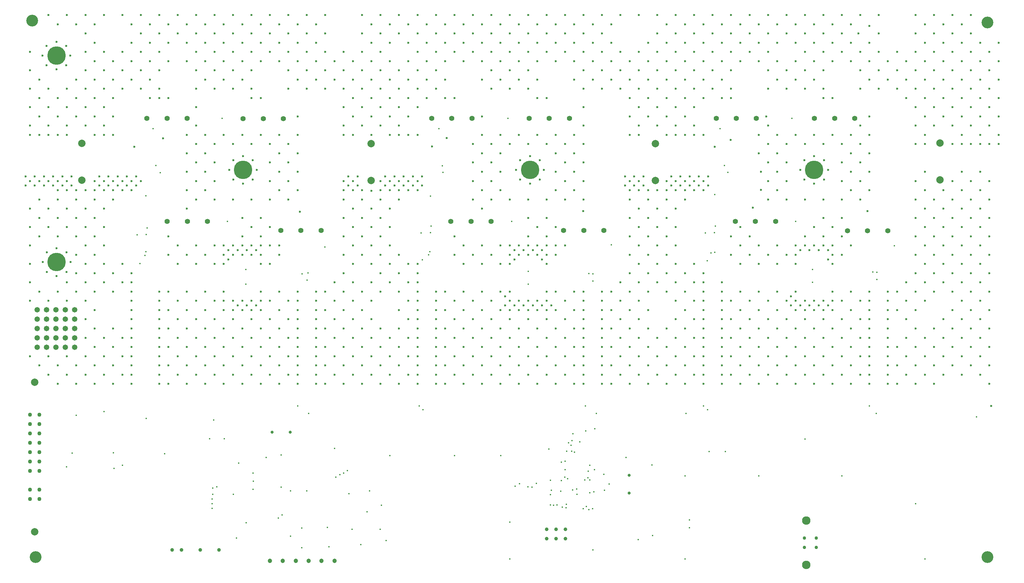
<source format=gbr>
%TF.GenerationSoftware,KiCad,Pcbnew,(5.0.0)*%
%TF.CreationDate,2019-04-29T14:59:51+02:00*%
%TF.ProjectId,Amalga_100,416D616C67615F3130302E6B69636164,rev?*%
%TF.SameCoordinates,Original*%
%TF.FileFunction,Plated,1,6,PTH,Drill*%
%TF.FilePolarity,Positive*%
%FSLAX46Y46*%
G04 Gerber Fmt 4.6, Leading zero omitted, Abs format (unit mm)*
G04 Created by KiCad (PCBNEW (5.0.0)) date 04/29/19 14:59:51*
%MOMM*%
%LPD*%
G01*
G04 APERTURE LIST*
%TA.AperFunction,ViaDrill*%
%ADD10C,0.400000*%
%TD*%
%TA.AperFunction,ViaDrill*%
%ADD11C,0.600000*%
%TD*%
%TA.AperFunction,ComponentDrill*%
%ADD12C,0.600000*%
%TD*%
%TA.AperFunction,ComponentDrill*%
%ADD13C,0.800000*%
%TD*%
%TA.AperFunction,ComponentDrill*%
%ADD14C,0.920000*%
%TD*%
%TA.AperFunction,ComponentDrill*%
%ADD15C,1.000000*%
%TD*%
%TA.AperFunction,ComponentDrill*%
%ADD16C,1.100000*%
%TD*%
%TA.AperFunction,ComponentDrill*%
%ADD17C,1.200000*%
%TD*%
%TA.AperFunction,ComponentDrill*%
%ADD18C,1.420000*%
%TD*%
%TA.AperFunction,ComponentDrill*%
%ADD19C,1.475000*%
%TD*%
%TA.AperFunction,ComponentDrill*%
%ADD20C,2.000000*%
%TD*%
%TA.AperFunction,ComponentDrill*%
%ADD21C,2.300000*%
%TD*%
%TA.AperFunction,ComponentDrill*%
%ADD22C,3.200000*%
%TD*%
%TA.AperFunction,ComponentDrill*%
%ADD23C,5.000000*%
%TD*%
G04 APERTURE END LIST*
D10*
X28240000Y-138020000D03*
X29800000Y-134300000D03*
X30900000Y-124000000D03*
X38400000Y-123000000D03*
X40940000Y-134170000D03*
X41130000Y-138460000D03*
X43460000Y-137580000D03*
X47400000Y-75100000D03*
X48200000Y-82850000D03*
X49509999Y-80710001D03*
X49774990Y-64500000D03*
X49791187Y-79644757D03*
X49860000Y-124870000D03*
X49900000Y-75000000D03*
X50100000Y-73200000D03*
X51700000Y-46300000D03*
X52500000Y-56300000D03*
X53650000Y-58250000D03*
X54830000Y-134420000D03*
X67012492Y-130376076D03*
X67725010Y-146695000D03*
X67725010Y-147965000D03*
X67725010Y-149235000D03*
X67887500Y-145425000D03*
X67900002Y-143780000D03*
X68120000Y-125270000D03*
X69040000Y-143420000D03*
X70400000Y-43500000D03*
X71012492Y-130376076D03*
X71900000Y-71500000D03*
X73500000Y-145499982D03*
X74300000Y-157300000D03*
X74949992Y-137030008D03*
X76900000Y-84500000D03*
X76900000Y-88500000D03*
X77000000Y-153200000D03*
X78800000Y-139700000D03*
X78800000Y-144100000D03*
X78900000Y-141900000D03*
X82380000Y-135490000D03*
X85700000Y-151900000D03*
X86400000Y-134750000D03*
X86400000Y-143500000D03*
X86699996Y-151030004D03*
X88962500Y-156837500D03*
X89000000Y-144500000D03*
X90900000Y-121500000D03*
X92000000Y-154600000D03*
X92000000Y-159900000D03*
X92100000Y-85700000D03*
X93400000Y-144500000D03*
X93500000Y-87415134D03*
X93680000Y-85465134D03*
X93900000Y-123500000D03*
X98300000Y-78400000D03*
X98960000Y-154470000D03*
X99400000Y-159700000D03*
X100900000Y-133000000D03*
X101280000Y-140805010D03*
X102390000Y-140150000D03*
X103400000Y-139690000D03*
X104400000Y-139000000D03*
X104800000Y-145300000D03*
X105700000Y-154900000D03*
X108000000Y-159100000D03*
X109700000Y-150200000D03*
X110400000Y-144500000D03*
X113300000Y-154900000D03*
X113600000Y-148400000D03*
X114900000Y-158000000D03*
X115900000Y-135000000D03*
X123900000Y-121500000D03*
X124400000Y-74600000D03*
X124700000Y-81900000D03*
X124900000Y-122500000D03*
X126400000Y-80500000D03*
X126700000Y-79700000D03*
X126900000Y-64600000D03*
X126900000Y-74500000D03*
X127100000Y-72700000D03*
X129200000Y-46300000D03*
X130100000Y-56400000D03*
X130300000Y-58150000D03*
X133400000Y-135000000D03*
X146000000Y-135000000D03*
X147900000Y-43500000D03*
X148400000Y-153000000D03*
X148400000Y-163000000D03*
X148900000Y-71500000D03*
X149840000Y-143250000D03*
X151010000Y-142540000D03*
X153300014Y-143400000D03*
X153400000Y-85000000D03*
X153400000Y-88500000D03*
X154400000Y-143500000D03*
X155600000Y-142500000D03*
X159000000Y-133200000D03*
X159381212Y-148360918D03*
X159411944Y-145528046D03*
X159460000Y-141670000D03*
X159640000Y-144390000D03*
X160300000Y-148400000D03*
X161200000Y-148300000D03*
X162239845Y-144639845D03*
X162400000Y-136700000D03*
X162400000Y-141700000D03*
X162660002Y-148940000D03*
X163357090Y-140805454D03*
X163391303Y-136499978D03*
X163400000Y-138800000D03*
X163650000Y-149090000D03*
X163710000Y-148210000D03*
X163810000Y-133800000D03*
X164100000Y-141200000D03*
X164300000Y-131500000D03*
X164970000Y-132130000D03*
X165199440Y-133748785D03*
X165224332Y-130879988D03*
X165475368Y-144306158D03*
X165490000Y-129060000D03*
X165949919Y-134025916D03*
X166504770Y-144025010D03*
X166600000Y-145500000D03*
X167370000Y-131220000D03*
X168343763Y-149356237D03*
X168700000Y-141600000D03*
X168900000Y-121500000D03*
X169020000Y-128270000D03*
X169175010Y-148793826D03*
X169548746Y-140937698D03*
X169700000Y-139159553D03*
X169800000Y-85600000D03*
X169819998Y-149590000D03*
X170082317Y-141533785D03*
X170100000Y-145000000D03*
X170101533Y-137568374D03*
X170880000Y-149330000D03*
X170900000Y-85661857D03*
X170900000Y-87610000D03*
X170900000Y-160500000D03*
X171150000Y-144750000D03*
X171323411Y-138791808D03*
X171474968Y-127654990D03*
X171900000Y-123500000D03*
X173900000Y-140000000D03*
X174100000Y-144400000D03*
X175300000Y-142650000D03*
X175900000Y-77800000D03*
X179900000Y-135500000D03*
X183200000Y-157700000D03*
X186900000Y-137500000D03*
X187100000Y-156625010D03*
X195900000Y-140500000D03*
X195900000Y-163000000D03*
X196200000Y-123500000D03*
X197099989Y-152399989D03*
X197100000Y-154500000D03*
X200900000Y-121500000D03*
X201400000Y-74600000D03*
X201900000Y-82100000D03*
X201999994Y-122500000D03*
X202400000Y-133900000D03*
X202900000Y-80000000D03*
X203900000Y-74500000D03*
X204000000Y-64200000D03*
X204000004Y-79800000D03*
X204100000Y-72700000D03*
X205400000Y-46300000D03*
X206600000Y-56300000D03*
X206800000Y-133900000D03*
X207500000Y-58200000D03*
X215900000Y-140500000D03*
X224900000Y-43500000D03*
X225900000Y-71500000D03*
X228400000Y-130500000D03*
X230500000Y-84511855D03*
X230500000Y-88000000D03*
X238400000Y-140500000D03*
X245900000Y-121500000D03*
X246800000Y-85200000D03*
X247750009Y-123500000D03*
X247900000Y-85261857D03*
X247900000Y-87210000D03*
X252600000Y-78100000D03*
X258400000Y-148000000D03*
X260900000Y-163000000D03*
X274900000Y-124500000D03*
D11*
X17150000Y-59250000D03*
X17150000Y-61750000D03*
X18400000Y-25500000D03*
X18400000Y-30500000D03*
X18400000Y-35500000D03*
X18400000Y-40500000D03*
X18400000Y-45500000D03*
X18400000Y-48000000D03*
X18400000Y-60500000D03*
X18400000Y-68000000D03*
X18400000Y-73000000D03*
X18400000Y-78000000D03*
X18400000Y-83000000D03*
X18400000Y-88000000D03*
X18400000Y-93000000D03*
X18400000Y-108000000D03*
X19650000Y-59250000D03*
X19650000Y-61750000D03*
X20900000Y-33000000D03*
X20900000Y-38000000D03*
X20900000Y-43000000D03*
X20900000Y-48000000D03*
X20900000Y-60500000D03*
X20900000Y-65500000D03*
X20900000Y-70500000D03*
X20900000Y-75500000D03*
X20900000Y-90500000D03*
X20900000Y-90500000D03*
X20900000Y-110500000D03*
X22150000Y-59250000D03*
X22150000Y-61750000D03*
X23400000Y-15500000D03*
X23400000Y-35500000D03*
X23400000Y-40500000D03*
X23400000Y-45500000D03*
X23400000Y-48000000D03*
X23400000Y-60500000D03*
X23400000Y-68000000D03*
X23400000Y-73000000D03*
X23400000Y-93000000D03*
X23400000Y-93000000D03*
X23400000Y-108000000D03*
X23400000Y-113000000D03*
X24650000Y-59250000D03*
X24650000Y-61750000D03*
X25900000Y-18000000D03*
X25900000Y-38000000D03*
X25900000Y-43000000D03*
X25900000Y-48000000D03*
X25900000Y-60500000D03*
X25900000Y-63000000D03*
X25900000Y-65500000D03*
X25900000Y-70500000D03*
X25900000Y-75500000D03*
X25900000Y-90500000D03*
X25900000Y-90500000D03*
X25900000Y-110500000D03*
X25900000Y-115500000D03*
X27150000Y-59250000D03*
X27150000Y-61750000D03*
X28400000Y-15500000D03*
X28400000Y-35500000D03*
X28400000Y-40500000D03*
X28400000Y-45500000D03*
X28400000Y-48000000D03*
X28400000Y-60500000D03*
X28400000Y-63000000D03*
X28400000Y-68000000D03*
X28400000Y-73000000D03*
X28400000Y-88000000D03*
X28400000Y-88000000D03*
X28400000Y-93000000D03*
X28400000Y-93000000D03*
X28400000Y-108000000D03*
X28400000Y-113000000D03*
X29650000Y-59250000D03*
X29650000Y-61750000D03*
X30900000Y-18000000D03*
X30900000Y-33000000D03*
X30900000Y-38000000D03*
X30900000Y-43000000D03*
X30900000Y-63000000D03*
X30900000Y-65500000D03*
X30900000Y-70500000D03*
X30900000Y-75500000D03*
X30900000Y-80500000D03*
X30900000Y-80500000D03*
X30900000Y-85500000D03*
X30900000Y-85500000D03*
X30900000Y-90500000D03*
X30900000Y-90500000D03*
X30900000Y-110500000D03*
X30900000Y-115500000D03*
X33400000Y-15500000D03*
X33400000Y-20500000D03*
X33400000Y-25500000D03*
X33400000Y-30500000D03*
X33400000Y-35500000D03*
X33400000Y-40500000D03*
X33400000Y-45500000D03*
X33400000Y-63000000D03*
X33400000Y-68000000D03*
X33400000Y-73000000D03*
X33400000Y-78000000D03*
X33400000Y-83000000D03*
X33400000Y-88000000D03*
X33400000Y-93000000D03*
X33400000Y-93000000D03*
X33400000Y-98000000D03*
X33400000Y-103000000D03*
X33400000Y-108000000D03*
X33400000Y-113000000D03*
X35900000Y-18000000D03*
X35900000Y-23000000D03*
X35900000Y-28000000D03*
X35900000Y-33000000D03*
X35900000Y-38000000D03*
X35900000Y-43000000D03*
X35900000Y-48000000D03*
X35900000Y-60500000D03*
X35900000Y-63000000D03*
X35900000Y-65500000D03*
X35900000Y-70500000D03*
X35900000Y-75500000D03*
X35900000Y-80500000D03*
X35900000Y-85500000D03*
X35900000Y-90500000D03*
X35900000Y-95500000D03*
X35900000Y-100500000D03*
X35900000Y-105500000D03*
X35900000Y-110500000D03*
X35900000Y-115500000D03*
X37150000Y-59250000D03*
X37150000Y-61750000D03*
X38400000Y-15500000D03*
X38400000Y-25500000D03*
X38400000Y-30500000D03*
X38400000Y-35500000D03*
X38400000Y-40500000D03*
X38400000Y-45500000D03*
X38400000Y-48000000D03*
X38400000Y-60500000D03*
X38400000Y-63000000D03*
X38400000Y-68000000D03*
X38400000Y-73000000D03*
X38400000Y-78000000D03*
X38400000Y-83000000D03*
X38400000Y-88000000D03*
X38400000Y-103000000D03*
X38400000Y-108000000D03*
X38400000Y-113000000D03*
X39650000Y-59250000D03*
X39650000Y-61750000D03*
X40900000Y-28000000D03*
X40900000Y-33000000D03*
X40900000Y-38000000D03*
X40900000Y-43000000D03*
X40900000Y-48000000D03*
X40900000Y-60500000D03*
X40900000Y-63000000D03*
X40900000Y-65500000D03*
X40900000Y-85500000D03*
X40900000Y-90500000D03*
X40900000Y-100500000D03*
X40900000Y-105500000D03*
X40900000Y-110500000D03*
X40900000Y-115500000D03*
X42150000Y-59250000D03*
X42150000Y-61750000D03*
X43400000Y-15500000D03*
X43400000Y-25500000D03*
X43400000Y-30500000D03*
X43400000Y-35500000D03*
X43400000Y-60500000D03*
X43400000Y-63000000D03*
X43400000Y-83000000D03*
X43400000Y-88000000D03*
X43400000Y-103000000D03*
X43400000Y-108000000D03*
X43400000Y-113000000D03*
X44650000Y-59250000D03*
X44650000Y-59250000D03*
X44650000Y-61750000D03*
X45900000Y-18000000D03*
X45900000Y-23000000D03*
X45900000Y-28000000D03*
X45900000Y-33000000D03*
X45900000Y-60500000D03*
X45900000Y-63000000D03*
X45900000Y-85500000D03*
X45900000Y-88000000D03*
X45900000Y-90500000D03*
X45900000Y-93000000D03*
X45900000Y-93000000D03*
X45900000Y-95500000D03*
X45900000Y-95500000D03*
X45900000Y-98000000D03*
X45900000Y-100500000D03*
X45900000Y-103000000D03*
X45900000Y-105500000D03*
X45900000Y-108000000D03*
X45900000Y-110500000D03*
X45900000Y-113000000D03*
X45900000Y-115500000D03*
X46650000Y-51250000D03*
X47150000Y-59250000D03*
X47150000Y-59250000D03*
X47150000Y-61750000D03*
X48400000Y-15500000D03*
X48400000Y-20500000D03*
X48400000Y-25500000D03*
X48400000Y-30500000D03*
X48400000Y-35500000D03*
X48400000Y-60500000D03*
X50900000Y-18000000D03*
X50900000Y-23000000D03*
X50900000Y-28000000D03*
X50900000Y-33000000D03*
X50900000Y-38000000D03*
X53400000Y-15500000D03*
X53400000Y-20500000D03*
X53400000Y-25500000D03*
X53400000Y-30500000D03*
X53400000Y-35500000D03*
X53400000Y-38000000D03*
X53400000Y-90500000D03*
X53400000Y-93000000D03*
X53400000Y-95500000D03*
X53400000Y-98000000D03*
X53400000Y-98000000D03*
X53400000Y-100500000D03*
X53400000Y-100500000D03*
X53400000Y-103000000D03*
X53400000Y-105500000D03*
X53400000Y-108000000D03*
X53400000Y-110500000D03*
X53400000Y-113000000D03*
X53400000Y-115500000D03*
X54400000Y-48900000D03*
X55900000Y-18000000D03*
X55900000Y-23000000D03*
X55900000Y-28000000D03*
X55900000Y-38000000D03*
X55900000Y-75500000D03*
X55900000Y-80500000D03*
X55900000Y-90500000D03*
X55900000Y-95500000D03*
X55900000Y-100500000D03*
X55900000Y-105500000D03*
X55900000Y-110500000D03*
X55900000Y-115500000D03*
X58400000Y-15500000D03*
X58400000Y-20500000D03*
X58400000Y-78000000D03*
X58400000Y-83000000D03*
X58400000Y-93000000D03*
X58400000Y-98000000D03*
X58400000Y-103000000D03*
X58400000Y-108000000D03*
X58400000Y-113000000D03*
X60900000Y-18000000D03*
X60900000Y-23000000D03*
X60900000Y-28000000D03*
X60900000Y-48000000D03*
X60900000Y-53000000D03*
X60900000Y-58000000D03*
X60900000Y-63000000D03*
X60900000Y-68000000D03*
X60900000Y-80500000D03*
X60900000Y-90500000D03*
X60900000Y-95500000D03*
X60900000Y-100500000D03*
X60900000Y-105500000D03*
X60900000Y-110500000D03*
X60900000Y-115500000D03*
X63400000Y-15500000D03*
X63400000Y-20500000D03*
X63400000Y-25500000D03*
X63400000Y-30500000D03*
X63400000Y-35500000D03*
X63400000Y-40500000D03*
X63400000Y-45500000D03*
X63400000Y-50500000D03*
X63400000Y-55500000D03*
X63400000Y-60500000D03*
X63400000Y-65500000D03*
X63400000Y-78000000D03*
X63400000Y-83000000D03*
X63400000Y-93000000D03*
X63400000Y-98000000D03*
X63400000Y-103000000D03*
X63400000Y-108000000D03*
X63400000Y-113000000D03*
X65900000Y-18000000D03*
X65900000Y-23000000D03*
X65900000Y-28000000D03*
X65900000Y-33000000D03*
X65900000Y-48000000D03*
X65900000Y-53000000D03*
X65900000Y-58000000D03*
X65900000Y-63000000D03*
X65900000Y-80500000D03*
X65900000Y-90500000D03*
X65900000Y-95500000D03*
X65900000Y-100500000D03*
X65900000Y-105500000D03*
X65900000Y-110500000D03*
X65900000Y-115500000D03*
X68400000Y-15500000D03*
X68400000Y-20500000D03*
X68400000Y-25500000D03*
X68400000Y-30500000D03*
X68400000Y-35500000D03*
X68400000Y-50500000D03*
X68400000Y-55500000D03*
X68400000Y-60500000D03*
X68400000Y-65500000D03*
X68400000Y-78000000D03*
X68400000Y-83000000D03*
X68400000Y-93000000D03*
X68400000Y-98000000D03*
X68400000Y-103000000D03*
X68400000Y-108000000D03*
X68400000Y-113000000D03*
X70900000Y-18000000D03*
X70900000Y-23000000D03*
X70900000Y-28000000D03*
X70900000Y-33000000D03*
X70900000Y-48000000D03*
X70900000Y-78000000D03*
X70900000Y-78000000D03*
X70900000Y-78000000D03*
X70900000Y-80500000D03*
X70900000Y-80500000D03*
X70900000Y-80500000D03*
X70900000Y-80500000D03*
X70900000Y-83000000D03*
X70900000Y-90500000D03*
X70900000Y-93000000D03*
X70900000Y-95500000D03*
X70900000Y-100500000D03*
X70900000Y-105500000D03*
X70900000Y-110500000D03*
X70900000Y-115500000D03*
X72150000Y-79250000D03*
X72150000Y-81750000D03*
X73400000Y-15500000D03*
X73400000Y-20500000D03*
X73400000Y-25500000D03*
X73400000Y-30500000D03*
X73400000Y-35500000D03*
X73400000Y-50500000D03*
X73400000Y-65500000D03*
X73400000Y-78000000D03*
X73400000Y-78000000D03*
X73400000Y-78000000D03*
X73400000Y-80500000D03*
X73400000Y-93000000D03*
X73400000Y-95500000D03*
X73400000Y-98000000D03*
X73400000Y-103000000D03*
X73400000Y-108000000D03*
X73400000Y-113000000D03*
X74650000Y-79250000D03*
X74650000Y-79250000D03*
X74650000Y-94250000D03*
X75900000Y-18000000D03*
X75900000Y-23000000D03*
X75900000Y-28000000D03*
X75900000Y-33000000D03*
X75900000Y-48000000D03*
X75900000Y-70500000D03*
X75900000Y-75500000D03*
X75900000Y-78000000D03*
X75900000Y-78000000D03*
X75900000Y-78000000D03*
X75900000Y-78000000D03*
X75900000Y-80500000D03*
X75900000Y-80500000D03*
X75900000Y-80500000D03*
X75900000Y-93000000D03*
X75900000Y-95500000D03*
X75900000Y-100500000D03*
X75900000Y-105500000D03*
X75900000Y-110500000D03*
X75900000Y-115500000D03*
X77150000Y-79250000D03*
X77150000Y-79250000D03*
X77150000Y-94250000D03*
X78400000Y-15500000D03*
X78400000Y-20500000D03*
X78400000Y-25500000D03*
X78400000Y-30500000D03*
X78400000Y-35500000D03*
X78400000Y-38000000D03*
X78400000Y-50500000D03*
X78400000Y-65500000D03*
X78400000Y-73000000D03*
X78400000Y-78000000D03*
X78400000Y-78000000D03*
X78400000Y-78000000D03*
X78400000Y-80500000D03*
X78400000Y-80500000D03*
X78400000Y-93000000D03*
X78400000Y-95500000D03*
X78400000Y-98000000D03*
X78400000Y-103000000D03*
X78400000Y-108000000D03*
X78400000Y-113000000D03*
X79650000Y-79250000D03*
X79650000Y-94250000D03*
X80900000Y-18000000D03*
X80900000Y-23000000D03*
X80900000Y-28000000D03*
X80900000Y-38000000D03*
X80900000Y-48000000D03*
X80900000Y-70500000D03*
X80900000Y-75500000D03*
X80900000Y-78000000D03*
X80900000Y-78000000D03*
X80900000Y-80500000D03*
X80900000Y-80500000D03*
X80900000Y-80500000D03*
X80900000Y-80500000D03*
X80900000Y-80500000D03*
X80900000Y-80500000D03*
X80900000Y-80500000D03*
X80900000Y-83000000D03*
X80900000Y-90500000D03*
X80900000Y-93000000D03*
X80900000Y-95500000D03*
X80900000Y-100500000D03*
X80900000Y-105500000D03*
X80900000Y-110500000D03*
X80900000Y-115500000D03*
X83400000Y-15500000D03*
X83400000Y-20500000D03*
X83400000Y-25500000D03*
X83400000Y-50500000D03*
X83400000Y-55500000D03*
X83400000Y-60500000D03*
X83400000Y-65500000D03*
X83400000Y-73000000D03*
X83400000Y-78000000D03*
X83400000Y-83000000D03*
X83400000Y-93000000D03*
X83400000Y-98000000D03*
X83400000Y-103000000D03*
X83400000Y-108000000D03*
X83400000Y-113000000D03*
X85900000Y-18000000D03*
X85900000Y-23000000D03*
X85900000Y-28000000D03*
X85900000Y-48000000D03*
X85900000Y-53000000D03*
X85900000Y-58000000D03*
X85900000Y-63000000D03*
X85900000Y-78000000D03*
X85900000Y-80500000D03*
X85900000Y-90500000D03*
X85900000Y-95500000D03*
X85900000Y-100500000D03*
X85900000Y-105500000D03*
X85900000Y-110500000D03*
X85900000Y-115500000D03*
X88400000Y-15500000D03*
X88400000Y-15500000D03*
X88400000Y-20500000D03*
X88400000Y-20500000D03*
X88400000Y-25500000D03*
X88400000Y-25500000D03*
X88400000Y-30500000D03*
X88400000Y-30500000D03*
X88400000Y-35500000D03*
X88400000Y-50500000D03*
X88400000Y-55500000D03*
X88400000Y-60500000D03*
X88400000Y-65500000D03*
X88400000Y-93000000D03*
X88400000Y-98000000D03*
X88400000Y-103000000D03*
X88400000Y-108000000D03*
X88400000Y-113000000D03*
X90900000Y-18000000D03*
X90900000Y-18000000D03*
X90900000Y-23000000D03*
X90900000Y-23000000D03*
X90900000Y-28000000D03*
X90900000Y-28000000D03*
X90900000Y-33000000D03*
X90900000Y-33000000D03*
X90900000Y-43000000D03*
X90900000Y-48000000D03*
X90900000Y-53000000D03*
X90900000Y-58000000D03*
X90900000Y-63000000D03*
X90900000Y-90500000D03*
X90900000Y-93000000D03*
X90900000Y-95500000D03*
X90900000Y-98000000D03*
X90900000Y-100500000D03*
X90900000Y-103000000D03*
X90900000Y-105500000D03*
X90900000Y-108000000D03*
X90900000Y-110500000D03*
X90900000Y-113000000D03*
X90900000Y-115500000D03*
X91500000Y-68800000D03*
X93400000Y-15500000D03*
X93400000Y-20500000D03*
X93400000Y-25500000D03*
X93400000Y-30500000D03*
X93400000Y-35500000D03*
X95900000Y-18000000D03*
X95900000Y-23000000D03*
X95900000Y-28000000D03*
X95900000Y-33000000D03*
X95900000Y-90500000D03*
X95900000Y-93000000D03*
X95900000Y-95500000D03*
X95900000Y-98000000D03*
X95900000Y-100500000D03*
X95900000Y-103000000D03*
X95900000Y-105500000D03*
X95900000Y-108000000D03*
X95900000Y-110500000D03*
X95900000Y-113000000D03*
X95900000Y-115500000D03*
X98400000Y-15500000D03*
X98400000Y-20500000D03*
X98400000Y-25500000D03*
X98400000Y-30500000D03*
X98400000Y-35500000D03*
X98400000Y-90500000D03*
X98400000Y-95500000D03*
X98400000Y-100500000D03*
X98400000Y-105500000D03*
X98400000Y-110500000D03*
X98400000Y-115500000D03*
X100900000Y-28000000D03*
X100900000Y-33000000D03*
X100900000Y-88000000D03*
X100900000Y-93000000D03*
X100900000Y-98000000D03*
X100900000Y-103000000D03*
X100900000Y-108000000D03*
X100900000Y-113000000D03*
X103400000Y-25500000D03*
X103400000Y-30500000D03*
X103400000Y-35500000D03*
X103400000Y-40500000D03*
X103400000Y-45500000D03*
X103400000Y-48000000D03*
X103400000Y-60500000D03*
X103400000Y-63000000D03*
X103400000Y-65500000D03*
X103400000Y-70500000D03*
X103400000Y-75500000D03*
X103400000Y-80500000D03*
X103400000Y-85500000D03*
X103400000Y-90500000D03*
X103400000Y-95500000D03*
X103400000Y-100500000D03*
X103400000Y-105500000D03*
X103400000Y-110500000D03*
X103400000Y-115500000D03*
X104650000Y-59250000D03*
X104650000Y-61750000D03*
X105900000Y-28000000D03*
X105900000Y-33000000D03*
X105900000Y-38000000D03*
X105900000Y-43000000D03*
X105900000Y-48000000D03*
X105900000Y-60500000D03*
X105900000Y-63000000D03*
X105900000Y-68000000D03*
X105900000Y-73000000D03*
X105900000Y-78000000D03*
X105900000Y-83000000D03*
X105900000Y-88000000D03*
X105900000Y-93000000D03*
X105900000Y-98000000D03*
X105900000Y-103000000D03*
X105900000Y-108000000D03*
X105900000Y-113000000D03*
X107150000Y-59250000D03*
X107150000Y-61750000D03*
X108400000Y-15500000D03*
X108400000Y-20500000D03*
X108400000Y-25500000D03*
X108400000Y-30500000D03*
X108400000Y-35500000D03*
X108400000Y-40500000D03*
X108400000Y-45500000D03*
X108400000Y-63000000D03*
X108400000Y-65500000D03*
X108400000Y-70500000D03*
X108400000Y-75500000D03*
X108400000Y-80500000D03*
X108400000Y-90500000D03*
X108400000Y-95500000D03*
X108400000Y-100500000D03*
X108400000Y-105500000D03*
X108400000Y-110500000D03*
X108400000Y-115500000D03*
X110900000Y-18000000D03*
X110900000Y-23000000D03*
X110900000Y-28000000D03*
X110900000Y-33000000D03*
X110900000Y-38000000D03*
X110900000Y-43000000D03*
X110900000Y-48000000D03*
X110900000Y-63200000D03*
X110900000Y-68000000D03*
X110900000Y-73000000D03*
X110900000Y-78000000D03*
X110900000Y-83000000D03*
X110900000Y-88000000D03*
X110900000Y-93000000D03*
X110900000Y-98000000D03*
X110900000Y-103000000D03*
X110900000Y-108000000D03*
X110900000Y-113000000D03*
X113400000Y-15500000D03*
X113400000Y-20500000D03*
X113400000Y-25500000D03*
X113400000Y-30500000D03*
X113400000Y-35500000D03*
X113400000Y-40500000D03*
X113400000Y-45500000D03*
X113400000Y-60500000D03*
X113400000Y-63000000D03*
X113400000Y-65500000D03*
X113400000Y-70500000D03*
X113400000Y-75500000D03*
X113400000Y-80500000D03*
X113400000Y-85500000D03*
X113400000Y-90500000D03*
X113400000Y-100500000D03*
X113400000Y-105500000D03*
X113400000Y-110500000D03*
X113400000Y-115500000D03*
X114650000Y-59250000D03*
X114650000Y-61750000D03*
X115900000Y-18000000D03*
X115900000Y-23000000D03*
X115900000Y-28000000D03*
X115900000Y-33000000D03*
X115900000Y-38000000D03*
X115900000Y-43000000D03*
X115900000Y-48000000D03*
X115900000Y-60500000D03*
X115900000Y-63000000D03*
X115900000Y-68000000D03*
X115900000Y-73000000D03*
X115900000Y-78000000D03*
X115900000Y-83000000D03*
X115900000Y-88000000D03*
X115900000Y-103000000D03*
X115900000Y-108000000D03*
X115900000Y-113000000D03*
X117150000Y-59250000D03*
X117150000Y-61750000D03*
X118400000Y-15500000D03*
X118400000Y-20500000D03*
X118400000Y-30500000D03*
X118400000Y-35500000D03*
X118400000Y-40500000D03*
X118400000Y-45500000D03*
X118400000Y-48000000D03*
X118400000Y-60500000D03*
X118400000Y-63000000D03*
X118400000Y-65500000D03*
X118400000Y-80500000D03*
X118400000Y-85500000D03*
X118400000Y-90500000D03*
X118400000Y-95500000D03*
X118400000Y-100500000D03*
X118400000Y-105500000D03*
X118400000Y-110500000D03*
X118400000Y-115500000D03*
X119650000Y-59250000D03*
X119650000Y-61750000D03*
X120900000Y-18000000D03*
X120900000Y-23000000D03*
X120900000Y-28000000D03*
X120900000Y-33000000D03*
X120900000Y-38000000D03*
X120900000Y-43000000D03*
X120900000Y-48000000D03*
X120900000Y-60500000D03*
X120900000Y-63000000D03*
X120900000Y-83000000D03*
X120900000Y-88000000D03*
X120900000Y-93000000D03*
X120900000Y-98000000D03*
X120900000Y-103000000D03*
X120900000Y-108000000D03*
X120900000Y-113000000D03*
X122150000Y-59250000D03*
X122150000Y-59250000D03*
X122150000Y-61750000D03*
X123400000Y-15500000D03*
X123400000Y-20500000D03*
X123400000Y-25500000D03*
X123400000Y-30500000D03*
X123400000Y-35500000D03*
X123400000Y-40500000D03*
X123400000Y-48000000D03*
X123400000Y-60500000D03*
X123400000Y-63000000D03*
X123400000Y-83000000D03*
X123400000Y-85500000D03*
X123400000Y-85500000D03*
X123400000Y-88000000D03*
X123400000Y-88000000D03*
X123400000Y-90500000D03*
X123400000Y-93000000D03*
X123400000Y-95500000D03*
X123400000Y-98000000D03*
X123400000Y-100500000D03*
X123400000Y-103000000D03*
X123400000Y-105500000D03*
X123400000Y-108000000D03*
X123400000Y-110500000D03*
X123400000Y-113000000D03*
X123400000Y-115500000D03*
X124650000Y-59250000D03*
X124650000Y-61750000D03*
X125900000Y-18000000D03*
X125900000Y-23000000D03*
X125900000Y-28000000D03*
X125900000Y-33000000D03*
X125900000Y-38000000D03*
X127350000Y-51150000D03*
X128400000Y-15500000D03*
X128400000Y-20500000D03*
X128400000Y-25500000D03*
X128400000Y-30500000D03*
X128400000Y-35500000D03*
X128400000Y-90500000D03*
X128400000Y-93000000D03*
X128400000Y-95500000D03*
X128400000Y-98000000D03*
X128400000Y-100500000D03*
X128400000Y-103000000D03*
X128400000Y-105500000D03*
X128400000Y-108000000D03*
X128400000Y-110500000D03*
X128400000Y-113000000D03*
X128400000Y-115500000D03*
X130900000Y-18000000D03*
X130900000Y-23000000D03*
X130900000Y-28000000D03*
X130900000Y-33000000D03*
X130900000Y-38000000D03*
X130900000Y-90500000D03*
X130900000Y-95500000D03*
X130900000Y-100500000D03*
X130900000Y-105500000D03*
X130900000Y-110500000D03*
X130900000Y-115500000D03*
X131300000Y-48850000D03*
X133400000Y-15500000D03*
X133400000Y-20500000D03*
X133400000Y-25500000D03*
X133400000Y-38000000D03*
X133400000Y-75500000D03*
X133400000Y-80500000D03*
X133400000Y-93000000D03*
X133400000Y-98000000D03*
X133400000Y-103000000D03*
X133400000Y-108000000D03*
X133400000Y-113000000D03*
X135900000Y-18000000D03*
X135900000Y-23000000D03*
X135900000Y-28000000D03*
X135900000Y-78000000D03*
X135900000Y-83000000D03*
X135900000Y-90500000D03*
X135900000Y-95500000D03*
X135900000Y-100500000D03*
X135900000Y-105500000D03*
X135900000Y-110500000D03*
X135900000Y-115500000D03*
X138400000Y-15500000D03*
X138400000Y-20500000D03*
X138400000Y-25500000D03*
X138400000Y-50500000D03*
X138400000Y-55500000D03*
X138400000Y-60500000D03*
X138400000Y-65500000D03*
X138400000Y-80500000D03*
X138400000Y-93000000D03*
X138400000Y-98000000D03*
X138400000Y-103000000D03*
X138400000Y-108000000D03*
X138400000Y-113000000D03*
X140900000Y-18000000D03*
X140900000Y-23000000D03*
X140900000Y-28000000D03*
X140900000Y-33000000D03*
X140900000Y-43000000D03*
X140900000Y-48000000D03*
X140900000Y-53000000D03*
X140900000Y-58000000D03*
X140900000Y-63000000D03*
X140900000Y-68000000D03*
X140900000Y-78000000D03*
X140900000Y-83000000D03*
X140900000Y-90500000D03*
X140900000Y-95500000D03*
X140900000Y-100500000D03*
X140900000Y-105500000D03*
X140900000Y-110500000D03*
X140900000Y-115500000D03*
X143400000Y-15500000D03*
X143400000Y-20500000D03*
X143400000Y-25500000D03*
X143400000Y-30500000D03*
X143400000Y-35500000D03*
X143400000Y-50500000D03*
X143400000Y-55500000D03*
X143400000Y-60500000D03*
X143400000Y-65500000D03*
X143400000Y-80500000D03*
X143400000Y-93000000D03*
X143400000Y-98000000D03*
X143400000Y-103000000D03*
X143400000Y-108000000D03*
X143400000Y-113000000D03*
X145900000Y-18000000D03*
X145900000Y-23000000D03*
X145900000Y-28000000D03*
X145900000Y-33000000D03*
X145900000Y-48000000D03*
X145900000Y-53000000D03*
X145900000Y-58000000D03*
X145900000Y-63000000D03*
X145900000Y-78000000D03*
X145900000Y-83000000D03*
X145900000Y-90500000D03*
X145900000Y-95500000D03*
X145900000Y-100500000D03*
X145900000Y-105500000D03*
X145900000Y-110500000D03*
X145900000Y-115500000D03*
X147150000Y-91750000D03*
X147150000Y-94250000D03*
X148400000Y-15500000D03*
X148400000Y-20500000D03*
X148400000Y-25500000D03*
X148400000Y-30500000D03*
X148400000Y-35500000D03*
X148400000Y-50500000D03*
X148400000Y-65500000D03*
X148400000Y-78000000D03*
X148400000Y-78000000D03*
X148400000Y-78000000D03*
X148400000Y-80500000D03*
X148400000Y-80500000D03*
X148400000Y-80500000D03*
X148400000Y-80500000D03*
X148400000Y-83000000D03*
X148400000Y-90500000D03*
X148400000Y-93000000D03*
X148400000Y-93000000D03*
X148400000Y-95500000D03*
X148400000Y-98000000D03*
X148400000Y-103000000D03*
X148400000Y-108000000D03*
X148400000Y-113000000D03*
X149650000Y-79250000D03*
X149650000Y-81750000D03*
X149650000Y-94250000D03*
X150900000Y-18000000D03*
X150900000Y-23000000D03*
X150900000Y-28000000D03*
X150900000Y-33000000D03*
X150900000Y-48000000D03*
X150900000Y-78000000D03*
X150900000Y-78000000D03*
X150900000Y-78000000D03*
X150900000Y-80500000D03*
X150900000Y-93000000D03*
X150900000Y-93000000D03*
X150900000Y-95500000D03*
X150900000Y-95500000D03*
X150900000Y-100500000D03*
X150900000Y-105500000D03*
X150900000Y-110500000D03*
X150900000Y-115500000D03*
X152150000Y-79250000D03*
X152150000Y-79250000D03*
X152150000Y-94250000D03*
X153400000Y-15500000D03*
X153400000Y-20500000D03*
X153400000Y-25500000D03*
X153400000Y-30500000D03*
X153400000Y-35500000D03*
X153400000Y-50500000D03*
X153400000Y-65500000D03*
X153400000Y-70500000D03*
X153400000Y-75500000D03*
X153400000Y-78000000D03*
X153400000Y-78000000D03*
X153400000Y-78000000D03*
X153400000Y-78000000D03*
X153400000Y-80500000D03*
X153400000Y-80500000D03*
X153400000Y-80500000D03*
X153400000Y-93000000D03*
X153400000Y-93000000D03*
X153400000Y-95500000D03*
X153400000Y-98000000D03*
X153400000Y-103000000D03*
X153400000Y-108000000D03*
X153400000Y-113000000D03*
X154650000Y-79250000D03*
X154650000Y-79250000D03*
X154650000Y-94250000D03*
X154650000Y-94250000D03*
X155900000Y-18000000D03*
X155900000Y-23000000D03*
X155900000Y-28000000D03*
X155900000Y-33000000D03*
X155900000Y-38000000D03*
X155900000Y-48000000D03*
X155900000Y-73000000D03*
X155900000Y-78000000D03*
X155900000Y-78000000D03*
X155900000Y-78000000D03*
X155900000Y-80500000D03*
X155900000Y-80500000D03*
X155900000Y-93000000D03*
X155900000Y-93000000D03*
X155900000Y-95500000D03*
X155900000Y-95500000D03*
X155900000Y-100500000D03*
X155900000Y-105500000D03*
X155900000Y-110500000D03*
X155900000Y-115500000D03*
X157150000Y-79250000D03*
X157150000Y-81750000D03*
X157150000Y-94250000D03*
X158400000Y-15500000D03*
X158400000Y-20500000D03*
X158400000Y-25500000D03*
X158400000Y-38000000D03*
X158400000Y-50500000D03*
X158400000Y-65500000D03*
X158400000Y-70500000D03*
X158400000Y-75500000D03*
X158400000Y-78000000D03*
X158400000Y-78000000D03*
X158400000Y-78000000D03*
X158400000Y-80500000D03*
X158400000Y-83000000D03*
X158400000Y-90500000D03*
X158400000Y-93000000D03*
X158400000Y-93000000D03*
X158400000Y-95500000D03*
X158400000Y-98000000D03*
X158400000Y-103000000D03*
X158400000Y-108000000D03*
X158400000Y-113000000D03*
X159650000Y-94250000D03*
X160900000Y-18000000D03*
X160900000Y-23000000D03*
X160900000Y-28000000D03*
X160900000Y-48000000D03*
X160900000Y-53000000D03*
X160900000Y-58000000D03*
X160900000Y-63000000D03*
X160900000Y-73000000D03*
X160900000Y-78000000D03*
X160900000Y-80500000D03*
X160900000Y-90500000D03*
X160900000Y-95500000D03*
X160900000Y-95500000D03*
X160900000Y-100500000D03*
X160900000Y-105500000D03*
X160900000Y-110500000D03*
X160900000Y-115500000D03*
X163400000Y-15500000D03*
X163400000Y-20500000D03*
X163400000Y-25500000D03*
X163400000Y-50500000D03*
X163400000Y-55500000D03*
X163400000Y-60500000D03*
X163400000Y-65500000D03*
X163400000Y-78000000D03*
X163400000Y-93000000D03*
X163400000Y-98000000D03*
X163400000Y-103000000D03*
X163400000Y-108000000D03*
X163400000Y-113000000D03*
X165900000Y-18000000D03*
X165900000Y-18000000D03*
X165900000Y-23000000D03*
X165900000Y-23000000D03*
X165900000Y-28000000D03*
X165900000Y-28000000D03*
X165900000Y-33000000D03*
X165900000Y-33000000D03*
X165900000Y-48000000D03*
X165900000Y-53000000D03*
X165900000Y-58000000D03*
X165900000Y-63000000D03*
X165900000Y-90500000D03*
X165900000Y-95500000D03*
X165900000Y-100500000D03*
X165900000Y-105500000D03*
X165900000Y-110500000D03*
X165900000Y-115500000D03*
X168300000Y-68700000D03*
X168400000Y-15500000D03*
X168400000Y-15500000D03*
X168400000Y-20500000D03*
X168400000Y-20500000D03*
X168400000Y-25500000D03*
X168400000Y-25500000D03*
X168400000Y-30500000D03*
X168400000Y-30500000D03*
X168400000Y-35500000D03*
X168400000Y-35500000D03*
X168400000Y-40500000D03*
X168400000Y-45500000D03*
X168400000Y-50500000D03*
X168400000Y-55500000D03*
X168400000Y-60500000D03*
X168400000Y-65500000D03*
X168400000Y-90500000D03*
X168400000Y-93000000D03*
X168400000Y-95500000D03*
X168400000Y-98000000D03*
X168400000Y-100500000D03*
X168400000Y-103000000D03*
X168400000Y-105500000D03*
X168400000Y-108000000D03*
X168400000Y-110500000D03*
X168400000Y-113000000D03*
X168400000Y-115500000D03*
X170900000Y-18000000D03*
X170900000Y-23000000D03*
X170900000Y-28000000D03*
X170900000Y-33000000D03*
X173400000Y-15500000D03*
X173400000Y-20500000D03*
X173400000Y-25500000D03*
X173400000Y-30500000D03*
X173400000Y-35500000D03*
X173400000Y-90500000D03*
X173400000Y-93000000D03*
X173400000Y-95500000D03*
X173400000Y-98000000D03*
X173400000Y-100500000D03*
X173400000Y-103000000D03*
X173400000Y-105500000D03*
X173400000Y-108000000D03*
X173400000Y-110500000D03*
X173400000Y-113000000D03*
X173400000Y-115500000D03*
X175900000Y-18000000D03*
X175900000Y-23000000D03*
X175900000Y-28000000D03*
X175900000Y-33000000D03*
X175900000Y-90500000D03*
X175900000Y-95500000D03*
X175900000Y-100500000D03*
X175900000Y-105500000D03*
X175900000Y-110500000D03*
X175900000Y-115500000D03*
X178400000Y-15500000D03*
X178400000Y-25500000D03*
X178400000Y-30500000D03*
X178400000Y-35500000D03*
X178400000Y-88000000D03*
X178400000Y-93000000D03*
X178400000Y-98000000D03*
X178400000Y-103000000D03*
X178400000Y-108000000D03*
X178400000Y-113000000D03*
X179650000Y-59250000D03*
X179650000Y-61750000D03*
X180900000Y-28000000D03*
X180900000Y-33000000D03*
X180900000Y-38000000D03*
X180900000Y-43000000D03*
X180900000Y-48000000D03*
X180900000Y-60500000D03*
X180900000Y-63000000D03*
X180900000Y-65500000D03*
X180900000Y-70500000D03*
X180900000Y-75500000D03*
X180900000Y-80500000D03*
X180900000Y-85500000D03*
X180900000Y-90500000D03*
X180900000Y-95500000D03*
X180900000Y-100500000D03*
X180900000Y-105500000D03*
X180900000Y-110500000D03*
X180900000Y-115500000D03*
X182150000Y-59250000D03*
X182150000Y-61750000D03*
X183400000Y-15500000D03*
X183400000Y-25500000D03*
X183400000Y-30500000D03*
X183400000Y-35500000D03*
X183400000Y-40500000D03*
X183400000Y-45500000D03*
X183400000Y-48000000D03*
X183400000Y-60500000D03*
X183400000Y-63000000D03*
X183400000Y-68000000D03*
X183400000Y-73000000D03*
X183400000Y-78000000D03*
X183400000Y-83000000D03*
X183400000Y-88000000D03*
X183400000Y-93000000D03*
X183400000Y-98000000D03*
X183400000Y-103000000D03*
X183400000Y-108000000D03*
X183400000Y-113000000D03*
X184650000Y-59250000D03*
X184650000Y-61750000D03*
X185900000Y-23000000D03*
X185900000Y-28000000D03*
X185900000Y-33000000D03*
X185900000Y-38000000D03*
X185900000Y-43000000D03*
X185900000Y-63000000D03*
X185900000Y-65500000D03*
X185900000Y-70500000D03*
X185900000Y-75500000D03*
X185900000Y-80500000D03*
X185900000Y-85500000D03*
X185900000Y-90500000D03*
X185900000Y-95500000D03*
X185900000Y-100500000D03*
X185900000Y-105500000D03*
X185900000Y-110500000D03*
X185900000Y-115500000D03*
X188400000Y-15500000D03*
X188400000Y-20500000D03*
X188400000Y-25500000D03*
X188400000Y-30500000D03*
X188400000Y-35500000D03*
X188400000Y-40500000D03*
X188400000Y-45500000D03*
X188400000Y-63000000D03*
X188400000Y-68000000D03*
X188400000Y-73000000D03*
X188400000Y-78000000D03*
X188400000Y-83000000D03*
X188400000Y-88000000D03*
X188400000Y-103000000D03*
X188400000Y-108000000D03*
X188400000Y-113000000D03*
X190900000Y-18000000D03*
X190900000Y-23000000D03*
X190900000Y-28000000D03*
X190900000Y-33000000D03*
X190900000Y-38000000D03*
X190900000Y-43000000D03*
X190900000Y-48000000D03*
X190900000Y-60500000D03*
X190900000Y-63000000D03*
X190900000Y-65500000D03*
X190900000Y-70500000D03*
X190900000Y-75500000D03*
X190900000Y-80500000D03*
X190900000Y-85500000D03*
X190900000Y-90500000D03*
X190900000Y-100500000D03*
X190900000Y-105500000D03*
X190900000Y-110500000D03*
X190900000Y-115500000D03*
X192150000Y-59250000D03*
X192150000Y-61750000D03*
X193399998Y-48000000D03*
X193400000Y-15500000D03*
X193400000Y-20500000D03*
X193400000Y-25500000D03*
X193400000Y-30500000D03*
X193400000Y-35500000D03*
X193400000Y-40500000D03*
X193400000Y-45500000D03*
X193400000Y-60500000D03*
X193400000Y-63000000D03*
X193400000Y-68000000D03*
X193400000Y-73000000D03*
X193400000Y-78000000D03*
X193400000Y-83000000D03*
X193400000Y-88000000D03*
X193400000Y-93000000D03*
X193400000Y-98000000D03*
X193400000Y-103000000D03*
X193400000Y-108000000D03*
X193400000Y-113000000D03*
X194650000Y-59250000D03*
X194650000Y-61750000D03*
X195900000Y-18000000D03*
X195900000Y-23000000D03*
X195900000Y-28000000D03*
X195900000Y-33000000D03*
X195900000Y-38000000D03*
X195900000Y-43000000D03*
X195900000Y-48000000D03*
X195900000Y-60500000D03*
X195900000Y-63000000D03*
X195900000Y-65500000D03*
X195900000Y-85500000D03*
X195900000Y-90500000D03*
X195900000Y-95500000D03*
X195900000Y-100500000D03*
X195900000Y-105500000D03*
X195900000Y-110500000D03*
X195900000Y-115500000D03*
X197150000Y-59250000D03*
X197150000Y-61750000D03*
X198400000Y-15500000D03*
X198400000Y-20500000D03*
X198400000Y-25500000D03*
X198400000Y-30500000D03*
X198400000Y-35500000D03*
X198400000Y-40500000D03*
X198400000Y-45500000D03*
X198400000Y-48000000D03*
X198400000Y-60500000D03*
X198400000Y-63000000D03*
X198400000Y-83000000D03*
X198400000Y-88000000D03*
X198400000Y-93000000D03*
X198400000Y-98000000D03*
X198400000Y-103000000D03*
X198400000Y-108000000D03*
X198400000Y-113000000D03*
X199650000Y-59250000D03*
X199650000Y-59250000D03*
X199650000Y-61750000D03*
X200900000Y-18000000D03*
X200900000Y-23000000D03*
X200900000Y-28000000D03*
X200900000Y-33000000D03*
X200900000Y-38000000D03*
X200900000Y-48000000D03*
X200900000Y-60500000D03*
X200900000Y-63000000D03*
X200900000Y-85500000D03*
X200900000Y-88000000D03*
X200900000Y-90500000D03*
X200900000Y-93000000D03*
X200900000Y-95500000D03*
X200900000Y-98000000D03*
X200900000Y-100500000D03*
X200900000Y-103000000D03*
X200900000Y-105500000D03*
X200900000Y-108000000D03*
X200900000Y-110500000D03*
X200900000Y-113000000D03*
X200900000Y-115500000D03*
X202150000Y-59250000D03*
X202150000Y-61750000D03*
X203400000Y-15500000D03*
X203400000Y-20500000D03*
X203400000Y-25500000D03*
X203400000Y-30500000D03*
X203400000Y-35500000D03*
X204000000Y-51250000D03*
X205900000Y-18000000D03*
X205900000Y-23000000D03*
X205900000Y-28000000D03*
X205900000Y-33000000D03*
X205900000Y-38000000D03*
X205900000Y-88000000D03*
X205900000Y-90500000D03*
X205900000Y-90500000D03*
X205900000Y-93000000D03*
X205900000Y-95500000D03*
X205900000Y-95500000D03*
X205900000Y-98000000D03*
X205900000Y-100500000D03*
X205900000Y-100500000D03*
X205900000Y-103000000D03*
X205900000Y-105500000D03*
X205900000Y-105500000D03*
X205900000Y-108000000D03*
X205900000Y-110500000D03*
X205900000Y-113000000D03*
X205900000Y-115500000D03*
X205900000Y-115500000D03*
X208300000Y-49350000D03*
X208400000Y-15500000D03*
X208400000Y-20500000D03*
X208400000Y-25500000D03*
X208400000Y-30500000D03*
X208400000Y-35500000D03*
X208400000Y-38000000D03*
X208400000Y-75500000D03*
X208400000Y-80500000D03*
X208400000Y-93000000D03*
X208400000Y-98000000D03*
X208400000Y-103000000D03*
X208400000Y-108000000D03*
X208400000Y-113000000D03*
X210900000Y-18000000D03*
X210900000Y-23000000D03*
X210900000Y-28000000D03*
X210900000Y-73000000D03*
X210900000Y-78000000D03*
X210900000Y-83000000D03*
X210900000Y-90500000D03*
X210900000Y-95500000D03*
X210900000Y-100500000D03*
X210900000Y-105500000D03*
X210900000Y-110500000D03*
X210900000Y-115500000D03*
X213400000Y-15500000D03*
X213400000Y-20500000D03*
X213400000Y-25500000D03*
X213400000Y-75500000D03*
X213400000Y-80500000D03*
X213400000Y-93000000D03*
X213400000Y-98000000D03*
X213400000Y-103000000D03*
X213400000Y-108000000D03*
X213400000Y-113000000D03*
X214300000Y-67700000D03*
X215900000Y-18000000D03*
X215900000Y-23000000D03*
X215900000Y-28000000D03*
X215900000Y-48000000D03*
X215900000Y-53000000D03*
X215900000Y-78000000D03*
X215900000Y-83000000D03*
X215900000Y-90500000D03*
X215900000Y-95500000D03*
X215900000Y-100500000D03*
X215900000Y-105500000D03*
X215900000Y-110500000D03*
X215900000Y-115500000D03*
X216500000Y-58000000D03*
X216500000Y-62900000D03*
X217900000Y-43000000D03*
X218400000Y-15500000D03*
X218400000Y-20500000D03*
X218400000Y-25500000D03*
X218400000Y-30500000D03*
X218400000Y-35500000D03*
X218400000Y-45500000D03*
X218400000Y-50500000D03*
X218400000Y-55500000D03*
X218400000Y-60500000D03*
X218400000Y-65500000D03*
X218400000Y-80500000D03*
X218400000Y-93000000D03*
X218400000Y-98000000D03*
X218400000Y-103000000D03*
X218400000Y-108000000D03*
X218400000Y-113000000D03*
X220900000Y-18000000D03*
X220900000Y-23000000D03*
X220900000Y-28000000D03*
X220900000Y-33000000D03*
X220900000Y-48000000D03*
X220900000Y-53000000D03*
X220900000Y-58000000D03*
X220900000Y-63000000D03*
X220900000Y-78000000D03*
X220900000Y-83000000D03*
X220900000Y-90500000D03*
X220900000Y-95500000D03*
X220900000Y-100500000D03*
X220900000Y-105500000D03*
X220900000Y-110500000D03*
X220900000Y-115500000D03*
X223400000Y-15500000D03*
X223400000Y-20500000D03*
X223400000Y-30500000D03*
X223400000Y-35500000D03*
X223400000Y-50500000D03*
X223400000Y-55500000D03*
X223400000Y-60500000D03*
X223400000Y-65500000D03*
X223400000Y-80500000D03*
X223400000Y-93000000D03*
X223400000Y-98000000D03*
X223400000Y-103000000D03*
X223400000Y-108000000D03*
X223400000Y-113000000D03*
X224650000Y-91750000D03*
X224650000Y-94250000D03*
X225900000Y-18000000D03*
X225900000Y-23000000D03*
X225900000Y-28000000D03*
X225900000Y-33000000D03*
X225900000Y-48000000D03*
X225900000Y-78000000D03*
X225900000Y-80500000D03*
X225900000Y-83000000D03*
X225900000Y-90500000D03*
X225900000Y-90500000D03*
X225900000Y-93000000D03*
X225900000Y-93000000D03*
X225900000Y-95500000D03*
X225900000Y-95500000D03*
X225900000Y-100500000D03*
X225900000Y-105500000D03*
X225900000Y-110500000D03*
X225900000Y-115500000D03*
X227150000Y-79250000D03*
X227150000Y-94250000D03*
X228400000Y-15500000D03*
X228400000Y-20500000D03*
X228400000Y-25500000D03*
X228400000Y-30500000D03*
X228400000Y-35500000D03*
X228400000Y-50500000D03*
X228400000Y-65500000D03*
X228400000Y-75500000D03*
X228400000Y-78000000D03*
X228400000Y-93000000D03*
X228400000Y-93000000D03*
X228400000Y-93000000D03*
X228400000Y-95500000D03*
X228400000Y-95500000D03*
X228400000Y-98000000D03*
X228400000Y-103000000D03*
X228400000Y-108000000D03*
X228400000Y-113000000D03*
X229650000Y-79250000D03*
X229650000Y-94250000D03*
X230900000Y-18000000D03*
X230900000Y-23000000D03*
X230900000Y-28000000D03*
X230900000Y-33000000D03*
X230900000Y-48000000D03*
X230900000Y-73000000D03*
X230900000Y-78000000D03*
X230900000Y-93000000D03*
X230900000Y-93000000D03*
X230900000Y-95500000D03*
X230900000Y-95500000D03*
X230900000Y-100500000D03*
X230900000Y-105500000D03*
X230900000Y-110500000D03*
X230900000Y-115500000D03*
X232150000Y-79250000D03*
X232150000Y-94250000D03*
X232150000Y-94250000D03*
X233400000Y-15500000D03*
X233400000Y-20500000D03*
X233400000Y-25500000D03*
X233400000Y-30500000D03*
X233400000Y-35500000D03*
X233400000Y-38000000D03*
X233400000Y-50500000D03*
X233400000Y-65500000D03*
X233400000Y-70500000D03*
X233400000Y-75500000D03*
X233400000Y-78000000D03*
X233400000Y-93000000D03*
X233400000Y-93000000D03*
X233400000Y-93000000D03*
X233400000Y-95500000D03*
X233400000Y-95500000D03*
X233400000Y-98000000D03*
X233400000Y-103000000D03*
X233400000Y-108000000D03*
X233400000Y-113000000D03*
X234650000Y-79250000D03*
X234650000Y-81750000D03*
X234650000Y-94250000D03*
X235900000Y-18000000D03*
X235900000Y-23000000D03*
X235900000Y-28000000D03*
X235900000Y-38000000D03*
X235900000Y-48000000D03*
X235900000Y-73000000D03*
X235900000Y-78000000D03*
X235900000Y-80500000D03*
X235900000Y-83000000D03*
X235900000Y-90500000D03*
X235900000Y-90500000D03*
X235900000Y-93000000D03*
X235900000Y-93000000D03*
X235900000Y-95500000D03*
X235900000Y-95500000D03*
X235900000Y-100500000D03*
X235900000Y-105500000D03*
X235900000Y-110500000D03*
X235900000Y-115500000D03*
X238400000Y-15500000D03*
X238400000Y-20500000D03*
X238400000Y-25500000D03*
X238400000Y-50500000D03*
X238400000Y-55500000D03*
X238400000Y-60500000D03*
X238400000Y-65500000D03*
X238400000Y-70500000D03*
X238400000Y-75500000D03*
X238400000Y-80500000D03*
X238400000Y-93000000D03*
X238400000Y-98000000D03*
X238400000Y-103000000D03*
X238400000Y-108000000D03*
X238400000Y-113000000D03*
X240900000Y-18000000D03*
X240900000Y-23000000D03*
X240900000Y-28000000D03*
X240900000Y-48000000D03*
X240900000Y-48000000D03*
X240900000Y-53000000D03*
X240900000Y-58000000D03*
X240900000Y-63000000D03*
X240900000Y-78000000D03*
X240900000Y-90500000D03*
X240900000Y-95500000D03*
X240900000Y-100500000D03*
X240900000Y-105500000D03*
X240900000Y-110500000D03*
X240900000Y-115500000D03*
X242900000Y-20500000D03*
X243400000Y-15500000D03*
X243400000Y-25500000D03*
X243400000Y-30500000D03*
X243400000Y-35500000D03*
X243400000Y-45500000D03*
X243400000Y-50500000D03*
X243400000Y-55500000D03*
X243400000Y-60500000D03*
X243400000Y-65500000D03*
X243400000Y-93000000D03*
X243400000Y-98000000D03*
X243400000Y-103000000D03*
X243400000Y-108000000D03*
X243400000Y-113000000D03*
X245400000Y-68700000D03*
X245900000Y-18500000D03*
X245900000Y-23000000D03*
X245900000Y-28000000D03*
X245900000Y-33000000D03*
X245900000Y-43000000D03*
X245900000Y-48000000D03*
X245900000Y-53000000D03*
X245900000Y-58000000D03*
X245900000Y-63000000D03*
X245900000Y-90500000D03*
X245900000Y-93000000D03*
X245900000Y-95500000D03*
X245900000Y-98000000D03*
X245900000Y-100500000D03*
X245900000Y-103000000D03*
X245900000Y-105500000D03*
X245900000Y-108000000D03*
X245900000Y-110500000D03*
X245900000Y-113000000D03*
X245900000Y-115500000D03*
X248400000Y-15500000D03*
X248400000Y-20500000D03*
X248400000Y-25500000D03*
X248400000Y-30500000D03*
X248400000Y-35500000D03*
X250900000Y-28000000D03*
X250900000Y-33000000D03*
X250900000Y-90500000D03*
X250900000Y-93000000D03*
X250900000Y-95500000D03*
X250900000Y-98000000D03*
X250900000Y-100500000D03*
X250900000Y-103000000D03*
X250900000Y-105500000D03*
X250900000Y-108000000D03*
X250900000Y-110500000D03*
X250900000Y-113000000D03*
X250900000Y-115500000D03*
X253400000Y-25500000D03*
X253400000Y-30500000D03*
X253400000Y-35500000D03*
X253400000Y-90500000D03*
X253400000Y-95500000D03*
X253400000Y-105500000D03*
X253400000Y-110500000D03*
X253400000Y-115500000D03*
X255900000Y-28000000D03*
X255900000Y-33000000D03*
X255900000Y-38000000D03*
X255900000Y-88000000D03*
X255900000Y-93000000D03*
X255900000Y-98000000D03*
X255900000Y-103000000D03*
X255900000Y-108000000D03*
X255900000Y-113000000D03*
X258400000Y-15500000D03*
X258400000Y-15500000D03*
X258400000Y-20500000D03*
X258400000Y-20500000D03*
X258400000Y-25500000D03*
X258400000Y-25500000D03*
X258400000Y-30500000D03*
X258400000Y-35500000D03*
X258400000Y-40500000D03*
X258400000Y-45500000D03*
X258400000Y-50500000D03*
X258400000Y-60500000D03*
X258400000Y-65500000D03*
X258400000Y-70500000D03*
X258400000Y-75500000D03*
X258400000Y-75500000D03*
X258400000Y-80500000D03*
X258400000Y-85500000D03*
X258400000Y-90500000D03*
X258400000Y-95500000D03*
X258400000Y-100500000D03*
X258400000Y-105500000D03*
X258400000Y-110500000D03*
X258400000Y-115500000D03*
X260900000Y-18000000D03*
X260900000Y-23000000D03*
X260900000Y-28000000D03*
X260900000Y-33000000D03*
X260900000Y-38000000D03*
X260900000Y-43000000D03*
X260900000Y-48000000D03*
X260900000Y-50500000D03*
X260900000Y-58000000D03*
X260900000Y-63000000D03*
X260900000Y-68000000D03*
X260900000Y-73000000D03*
X260900000Y-78000000D03*
X260900000Y-83000000D03*
X260900000Y-88000000D03*
X260900000Y-93000000D03*
X260900000Y-103000000D03*
X260900000Y-108000000D03*
X260900000Y-113000000D03*
X263400000Y-15500000D03*
X263400000Y-20500000D03*
X263400000Y-25500000D03*
X263400000Y-30500000D03*
X263400000Y-35500000D03*
X263400000Y-40500000D03*
X263400000Y-45500000D03*
X263400000Y-65500000D03*
X263400000Y-70500000D03*
X263400000Y-75500000D03*
X263400000Y-80500000D03*
X263400000Y-85500000D03*
X263400000Y-90500000D03*
X263400000Y-100500000D03*
X263400000Y-105500000D03*
X263400000Y-110500000D03*
X263400000Y-115500000D03*
X265900000Y-18000000D03*
X265900000Y-23000000D03*
X265900000Y-28000000D03*
X265900000Y-33000000D03*
X265900000Y-38000000D03*
X265900000Y-43000000D03*
X265900000Y-63000000D03*
X265900000Y-68000000D03*
X265900000Y-73000000D03*
X265900000Y-78000000D03*
X265900000Y-83000000D03*
X265900000Y-88000000D03*
X265900000Y-98000000D03*
X265900000Y-103000000D03*
X265900000Y-108000000D03*
X265900000Y-113000000D03*
X268400000Y-15500000D03*
X268400000Y-20500000D03*
X268400000Y-25500000D03*
X268400000Y-30500000D03*
X268400000Y-35500000D03*
X268400000Y-40500000D03*
X268400000Y-45500000D03*
X268400000Y-50500000D03*
X268400000Y-60500000D03*
X268400000Y-65500000D03*
X268400000Y-70500000D03*
X268400000Y-75500000D03*
X268400000Y-80500000D03*
X268400000Y-85500000D03*
X268400000Y-90500000D03*
X268400000Y-95500000D03*
X268400000Y-100500000D03*
X268400000Y-105500000D03*
X268400000Y-110500000D03*
X270900000Y-18000000D03*
X270900000Y-23000000D03*
X270900000Y-28000000D03*
X270900000Y-33000000D03*
X270900000Y-38000000D03*
X270900000Y-43000000D03*
X270900000Y-48000000D03*
X270900000Y-50500000D03*
X270900000Y-58000000D03*
X270900000Y-63000000D03*
X270900000Y-68000000D03*
X270900000Y-73000000D03*
X270900000Y-78000000D03*
X270900000Y-83000000D03*
X270900000Y-88000000D03*
X270900000Y-93000000D03*
X270900000Y-98000000D03*
X270900000Y-103000000D03*
X270900000Y-108000000D03*
X270900000Y-113000000D03*
X273400000Y-15500000D03*
X273400000Y-20500000D03*
X273400000Y-25500000D03*
X273400000Y-30500000D03*
X273400000Y-35500000D03*
X273400000Y-40500000D03*
X273400000Y-45500000D03*
X273400000Y-50500000D03*
X273400000Y-60500000D03*
X273400000Y-65500000D03*
X273400000Y-70500000D03*
X273400000Y-75500000D03*
X273400000Y-80500000D03*
X273400000Y-85500000D03*
X273400000Y-90500000D03*
X273400000Y-95500000D03*
X273400000Y-100500000D03*
X273400000Y-105500000D03*
X273400000Y-110500000D03*
X275900000Y-23000000D03*
X275900000Y-28000000D03*
X275900000Y-33000000D03*
X275900000Y-38000000D03*
X275900000Y-43000000D03*
X275900000Y-48000000D03*
X275900000Y-50500000D03*
X275900000Y-58000000D03*
X275900000Y-63000000D03*
X275900000Y-68000000D03*
X275900000Y-73000000D03*
X275900000Y-78000000D03*
X275900000Y-83000000D03*
X275900000Y-88000000D03*
X275900000Y-93000000D03*
X275900000Y-98000000D03*
X275900000Y-103000000D03*
X275900000Y-108000000D03*
X275900000Y-113000000D03*
X278400000Y-25500000D03*
X278400000Y-30500000D03*
X278400000Y-35500000D03*
X278400000Y-40500000D03*
X278400000Y-45500000D03*
X278400000Y-50500000D03*
X278400000Y-60500000D03*
X278400000Y-65500000D03*
X278400000Y-70500000D03*
X278400000Y-75500000D03*
X278400000Y-80500000D03*
X278400000Y-85500000D03*
X278400000Y-90500000D03*
X278400000Y-95500000D03*
X278400000Y-100500000D03*
X278400000Y-105500000D03*
X278400000Y-110500000D03*
X278400000Y-115500000D03*
X278900000Y-121500000D03*
X280900000Y-23000000D03*
X280900000Y-28000000D03*
X280900000Y-33000000D03*
X280900000Y-38000000D03*
X280900000Y-43000000D03*
X280900000Y-48000000D03*
X280900000Y-50500000D03*
D12*
%TO.C,P5*%
X227150000Y-57500000D03*
X228248350Y-54848350D03*
X228248350Y-60151650D03*
X230900000Y-53750000D03*
X230900000Y-61250000D03*
X233551650Y-54848350D03*
X233551650Y-60151650D03*
X234650000Y-57500000D03*
%TO.C,P7*%
X72350000Y-57500000D03*
X73448350Y-54848350D03*
X73448350Y-60151650D03*
X76100000Y-53750000D03*
X76100000Y-61250000D03*
X78751650Y-54848350D03*
X78751650Y-60151650D03*
X79850000Y-57500000D03*
%TO.C,P6*%
X150150000Y-57500000D03*
X151248350Y-54848350D03*
X151248350Y-60151650D03*
X153900000Y-53750000D03*
X153900000Y-61250000D03*
X156551650Y-54848350D03*
X156551650Y-60151650D03*
X157650000Y-57500000D03*
%TO.C,P4*%
X21850000Y-82500000D03*
X22948350Y-79848350D03*
X22948350Y-85151650D03*
X25600000Y-78750000D03*
X25600000Y-86250000D03*
X28251650Y-79848350D03*
X28251650Y-85151650D03*
X29350000Y-82500000D03*
%TO.C,P3*%
X21780000Y-26500000D03*
X22878350Y-23848350D03*
X22878350Y-29151650D03*
X25530000Y-22750000D03*
X25530000Y-30250000D03*
X28181650Y-23848350D03*
X28181650Y-29151650D03*
X29280000Y-26500000D03*
D13*
%TO.C,Y1*%
X180800000Y-140270000D03*
X180800000Y-145150000D03*
%TO.C,Y2*%
X84020000Y-128600000D03*
X88900000Y-128600000D03*
D14*
%TO.C,P1*%
X228250000Y-157320000D03*
X228250000Y-159820000D03*
X231450000Y-157320000D03*
X231450000Y-159820000D03*
D15*
%TO.C,P8*%
X158400000Y-154960000D03*
X158400000Y-157500000D03*
X160940000Y-154960000D03*
X160940000Y-157500000D03*
X163480000Y-154960000D03*
X163480000Y-157500000D03*
%TO.C,U2*%
X56900000Y-160500000D03*
X59440000Y-160500000D03*
X64520000Y-160500000D03*
X69600000Y-160500000D03*
D16*
%TO.C,P2*%
X18380000Y-123910000D03*
X18380000Y-126450000D03*
X18380000Y-128990000D03*
X18380000Y-131530000D03*
X18380000Y-134070000D03*
X18380000Y-136610000D03*
X18380000Y-139150000D03*
X18380000Y-144230000D03*
X18380000Y-146770000D03*
X20920000Y-123910000D03*
X20920000Y-126450000D03*
X20920000Y-128990000D03*
X20920000Y-131530000D03*
X20920000Y-134070000D03*
X20920000Y-136610000D03*
X20920000Y-139150000D03*
X20920000Y-144230000D03*
X20920000Y-146770000D03*
D17*
%TO.C,P9*%
X83400000Y-163500000D03*
X86900000Y-163500000D03*
X90400000Y-163500000D03*
X93900000Y-163500000D03*
X97400000Y-163500000D03*
X100900000Y-163500000D03*
D18*
%TO.C,Q10*%
X55540000Y-71500000D03*
X61000000Y-71500000D03*
X66460000Y-71500000D03*
%TO.C,Q2*%
X239940000Y-74000000D03*
X245400000Y-74000000D03*
X250860000Y-74000000D03*
%TO.C,Q1*%
X230980000Y-43500000D03*
X236440000Y-43500000D03*
X241900000Y-43500000D03*
%TO.C,Q8*%
X132450000Y-71460000D03*
X137910000Y-71460000D03*
X143370000Y-71460000D03*
%TO.C,Q11*%
X50040000Y-43500000D03*
X55500000Y-43500000D03*
X60960000Y-43500000D03*
%TO.C,Q9*%
X76140000Y-43600000D03*
X81600000Y-43600000D03*
X87060000Y-43600000D03*
%TO.C,Q12*%
X86350000Y-73950000D03*
X91810000Y-73950000D03*
X97270000Y-73950000D03*
%TO.C,Q3*%
X204340000Y-43500000D03*
X209800000Y-43500000D03*
X215260000Y-43500000D03*
%TO.C,Q6*%
X162990000Y-73900000D03*
X168450000Y-73900000D03*
X173910000Y-73900000D03*
%TO.C,Q5*%
X153640000Y-43500000D03*
X159100000Y-43500000D03*
X164560000Y-43500000D03*
%TO.C,Q7*%
X127240000Y-43500000D03*
X132700000Y-43500000D03*
X138160000Y-43500000D03*
%TO.C,Q4*%
X209540000Y-71500000D03*
X215000000Y-71500000D03*
X220460000Y-71500000D03*
D19*
%TO.C,P10*%
X20290000Y-95450000D03*
X20290000Y-97950000D03*
X20290000Y-100490000D03*
X20290000Y-103030000D03*
X20290000Y-103030000D03*
X20290000Y-105570000D03*
X22830000Y-95450000D03*
X22830000Y-97950000D03*
X22830000Y-100490000D03*
X22830000Y-100490000D03*
X22830000Y-103030000D03*
X22830000Y-105570000D03*
X25370000Y-95450000D03*
X25370000Y-97950000D03*
X25370000Y-100490000D03*
X25370000Y-100490000D03*
X25370000Y-103030000D03*
X25370000Y-105570000D03*
X27910000Y-95450000D03*
X27910000Y-97950000D03*
X27910000Y-100490000D03*
X27910000Y-103030000D03*
X27910000Y-105570000D03*
X30450000Y-95450000D03*
X30450000Y-97950000D03*
X30450000Y-100500000D03*
X30450000Y-100500000D03*
X30450000Y-103040000D03*
X30450000Y-105580000D03*
D20*
%TO.C,C51*%
X187900000Y-50400000D03*
X187900000Y-60400000D03*
%TO.C,C53*%
X110800000Y-50400000D03*
X110800000Y-60400000D03*
%TO.C,C34*%
X265000000Y-50200000D03*
X265000000Y-60200000D03*
%TO.C,C50*%
X32400000Y-50300000D03*
X32400000Y-60300000D03*
%TO.C,P2*%
X19650000Y-115040000D03*
X19650000Y-155640000D03*
D21*
%TO.C,P1*%
X228740000Y-152550000D03*
X228740000Y-164590000D03*
D22*
%TO.C,MH11*%
X19000000Y-17000000D03*
%TO.C,MH1*%
X19900000Y-162500000D03*
%TO.C,MH12*%
X277900000Y-17500000D03*
%TO.C,MH2*%
X277900000Y-162500000D03*
D23*
%TO.C,P5*%
X230900000Y-57500000D03*
%TO.C,P7*%
X76100000Y-57500000D03*
%TO.C,P6*%
X153900000Y-57500000D03*
%TO.C,P4*%
X25600000Y-82500000D03*
%TO.C,P3*%
X25530000Y-26500000D03*
M02*

</source>
